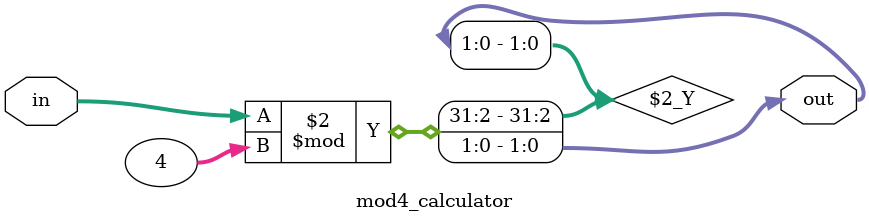
<source format=v>
module mod4_calculator (
    input [2:0] in, 
    output reg [1:0] out 
);

    always @(*) begin
        out = in % 4;    
    end

endmodule

</source>
